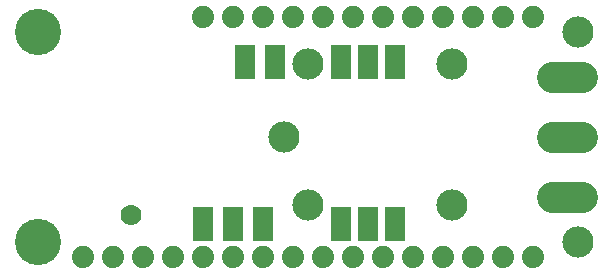
<source format=gbr>
G04 EAGLE Gerber RS-274X export*
G75*
%MOMM*%
%FSLAX34Y34*%
%LPD*%
%INSoldermask Bottom*%
%IPPOS*%
%AMOC8*
5,1,8,0,0,1.08239X$1,22.5*%
G01*
%ADD10C,2.641600*%
%ADD11C,1.778000*%
%ADD12C,3.911600*%
%ADD13C,1.879600*%
%ADD14R,1.651000X2.921000*%
%ADD15C,2.601600*%
%ADD16C,2.641600*%


D10*
X234000Y114300D03*
X254000Y56800D03*
X376000Y56800D03*
X376000Y176800D03*
X254000Y176800D03*
D11*
X104140Y48260D03*
D10*
X482600Y203200D03*
X482600Y25400D03*
D12*
X25400Y203200D03*
X25400Y25400D03*
D13*
X165100Y215900D03*
X190500Y215900D03*
X215900Y215900D03*
X241300Y215900D03*
X266700Y215900D03*
X292100Y215900D03*
X317500Y215900D03*
X342900Y215900D03*
X368300Y215900D03*
X393700Y215900D03*
X419100Y215900D03*
X444500Y215900D03*
X165100Y12700D03*
X190500Y12700D03*
X215900Y12700D03*
X241300Y12700D03*
X266700Y12700D03*
X292100Y12700D03*
X317500Y12700D03*
X342900Y12700D03*
X368300Y12700D03*
X393700Y12700D03*
X419100Y12700D03*
X444500Y12700D03*
X139700Y12700D03*
X114300Y12700D03*
X88900Y12700D03*
X63500Y12700D03*
D14*
X165100Y40640D03*
X190500Y40640D03*
X215900Y40640D03*
X281940Y40640D03*
X304800Y40640D03*
X327660Y40640D03*
X327660Y177800D03*
X304800Y177800D03*
X226060Y177800D03*
X281940Y177800D03*
X200660Y177800D03*
D15*
X461210Y165100D02*
X486210Y165100D01*
X486210Y114800D02*
X461210Y114800D01*
D16*
X461010Y63500D02*
X486410Y63500D01*
M02*

</source>
